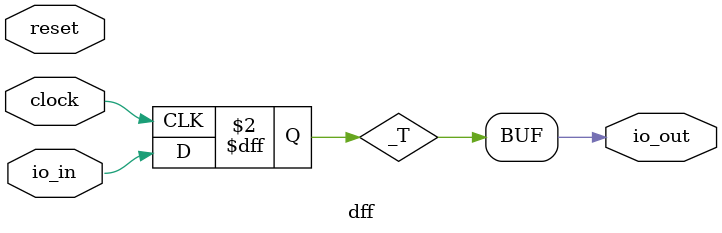
<source format=v>
module dff(
  input   clock,
  input   reset,
  input   io_in,
  output  io_out
);
`ifdef RANDOMIZE_REG_INIT
  reg [31:0] _RAND_0;
`endif // RANDOMIZE_REG_INIT
  reg  _T; // @[dff.scala 14:20]
  assign io_out = _T; // @[dff.scala 14:10]
`ifdef RANDOMIZE_GARBAGE_ASSIGN
`define RANDOMIZE
`endif
`ifdef RANDOMIZE_INVALID_ASSIGN
`define RANDOMIZE
`endif
`ifdef RANDOMIZE_REG_INIT
`define RANDOMIZE
`endif
`ifdef RANDOMIZE_MEM_INIT
`define RANDOMIZE
`endif
`ifndef RANDOM
`define RANDOM $random
`endif
`ifdef RANDOMIZE_MEM_INIT
  integer initvar;
`endif
`ifndef SYNTHESIS
`ifdef FIRRTL_BEFORE_INITIAL
`FIRRTL_BEFORE_INITIAL
`endif
initial begin
  `ifdef RANDOMIZE
    `ifdef INIT_RANDOM
      `INIT_RANDOM
    `endif
    `ifndef VERILATOR
      `ifdef RANDOMIZE_DELAY
        #`RANDOMIZE_DELAY begin end
      `else
        #0.002 begin end
      `endif
    `endif
`ifdef RANDOMIZE_REG_INIT
  _RAND_0 = {1{`RANDOM}};
  _T = _RAND_0[0:0];
`endif // RANDOMIZE_REG_INIT
  `endif // RANDOMIZE
end // initial
`ifdef FIRRTL_AFTER_INITIAL
`FIRRTL_AFTER_INITIAL
`endif
`endif // SYNTHESIS
  always @(posedge clock) begin
    _T <= io_in;
  end
endmodule

</source>
